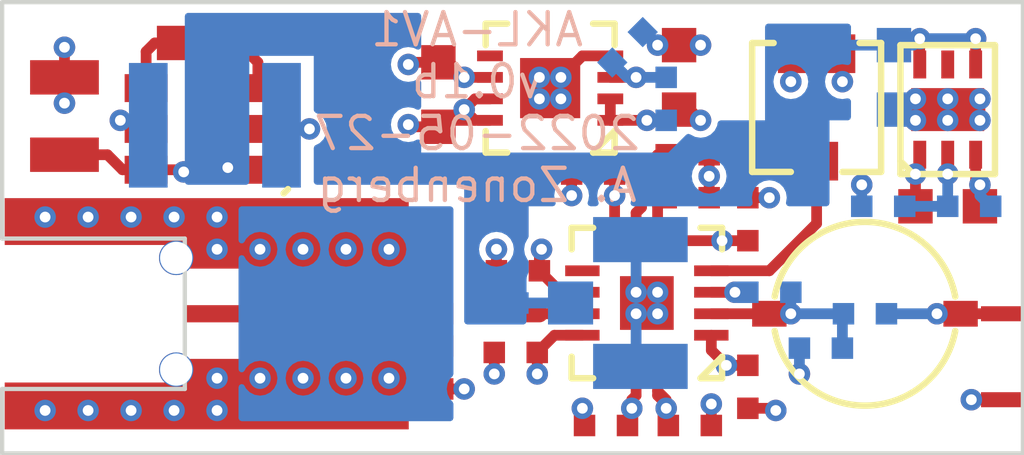
<source format=kicad_pcb>
(kicad_pcb (version 20211014) (generator pcbnew)
  (layers (0 "F.Cu" signal) (1 "In1.Cu" signal) (2 "In2.Cu" signal) (31 "B.Cu" signal) (34 "B.Paste" user) (35 "F.Paste" user) (36 "B.SilkS" user "B.Silkscreen") (37 "F.SilkS" user "F.Silkscreen") (38 "B.Mask" user) (39 "F.Mask" user) (44 "Edge.Cuts" user))
  (net 0 "")
  (net 1 "/Power Supply/6V0")
  (net 2 "/GND")
  (net 3 "/Power Supply/5V0_N")
  (net 4 "/4V5_N")
  (net 5 "Net-(C5-Pad1)")
  (net 6 "Net-(C5-Pad2)")
  (net 7 "/4V5_P")
  (net 8 "/TIP")
  (net 9 "/VIN")
  (net 10 "/VOUT")
  (net 11 "Net-(R1-Pad2)")
  (net 12 "/Power Supply/4V5_P_SENSE")
  (net 13 "Net-(R7-Pad1)")
  (net 14 "/RBIAS")
  (net 15 "Net-(R9-Pad2)")
  (net 16 "Net-(R10-Pad1)")
  (net 17 "/VAUX")
  (footprint "azonenberg_pcb:RES_TRIM_BOURNS_3312" (layer "F.Cu") (at 66.2 46.2 180)
    (fp_text reference "R11" hide)
    (fp_text value "3312J-1-103E1" hide)
    (fp_line (start 1.5 1.5) (end 1 1.5) (layer "F.SilkS") (width 0.15))
    (fp_line (start -1.5 -1.5) (end -1.5 1.5) (layer "F.SilkS") (width 0.15))
    (fp_line (start 0.6 -1.5) (end 1.5 -1.5) (layer "F.SilkS") (width 0.15))
    (fp_line (start 1.5 -1.5) (end 1.5 1.5) (layer "F.SilkS") (width 0.15))
    (fp_line (start -1.5 1.5) (end -1 1.5) (layer "F.SilkS") (width 0.15))
    (fp_line (start -1.5 -1.5) (end -0.6 -1.5) (layer "F.SilkS") (width 0.15))
    (pad "1" smd rect (at -0.575 1.25 180) (size 0.65 0.9) (layers "F.Cu" "F.Paste" "F.Mask") (net 7 "/4V5_P"))
    (pad "2" smd rect (at 0 -1.25 180) (size 1 0.9) (layers "F.Cu" "F.Paste" "F.Mask") (net 17 "/VAUX"))
    (pad "3" smd rect (at 0.575 1.25 180) (size 0.65 0.9) (layers "F.Cu" "F.Paste" "F.Mask") (net 4 "/4V5_N"))
  )
  (footprint "azonenberg_pcb:EIA_0603_CAP_NOSILK" (layer "F.Cu") (at 63 45.5 -90)
    (fp_text reference "C4" hide)
    (fp_text value "4.7 uF" hide)
    (pad "1" smd rect (at -0.75 0 270) (size 0.8 0.8) (layers "F.Cu" "F.Paste" "F.Mask") (net 2 "/GND"))
    (pad "2" smd rect (at 0.75 0 270) (size 0.8 0.8) (layers "F.Cu" "F.Paste" "F.Mask") (net 4 "/4V5_N"))
  )
  (footprint "azonenberg_pcb:EIA_0402_RES_NOSILK" (layer "F.Cu") (at 57.999999 51 180)
    (fp_text reference "R10" hide)
    (fp_text value "49.9" hide)
    (pad "1" smd rect (at -0.5 0 180) (size 0.5 0.5) (layers "F.Cu" "F.Paste" "F.Mask") (net 16 "Net-(R10-Pad1)"))
    (pad "2" smd rect (at 0.5 0 180) (size 0.5 0.5) (layers "F.Cu" "F.Paste" "F.Mask") (net 10 "/VOUT"))
  )
  (footprint "azonenberg_pcb:EIA_0402_RES_NOSILK" (layer "F.Cu") (at 57.5 52.249999 90)
    (fp_text reference "R12" hide)
    (fp_text value "49.9" hide)
    (pad "1" smd rect (at -0.5 0 90) (size 0.5 0.5) (layers "F.Cu" "F.Paste" "F.Mask") (net 2 "/GND"))
    (pad "2" smd rect (at 0.5 0 90) (size 0.5 0.5) (layers "F.Cu" "F.Paste" "F.Mask") (net 10 "/VOUT"))
  )
  (footprint "azonenberg_pcb:EIA_0402_CAP_NOSILK" (layer "F.Cu") (at 59.2 51.9 180)
    (fp_text reference "C9" hide)
    (fp_text value "0.47 uF" hide)
    (pad "1" smd rect locked (at -0.5 0 180) (size 0.5 0.5) (layers "F.Cu" "F.Paste" "F.Mask") (net 7 "/4V5_P"))
    (pad "2" smd rect locked (at 0.5 0 180) (size 0.5 0.5) (layers "F.Cu" "F.Paste" "F.Mask") (net 2 "/GND"))
  )
  (footprint "azonenberg_pcb:EIA_0805_CAP_NOSILK" (layer "F.Cu") (at 48.7 46.4 90)
    (fp_text reference "C1" hide)
    (fp_text value "10 uF" hide)
    (pad "1" smd rect (at -0.9 0 90) (size 0.8 1.6) (layers "F.Cu" "F.Paste" "F.Mask") (net 1 "/Power Supply/6V0"))
    (pad "2" smd rect (at 0.9 0 90) (size 0.8 1.6) (layers "F.Cu" "F.Paste" "F.Mask") (net 2 "/GND"))
  )
  (footprint "azonenberg_pcb:EIA_0603_CAP_NOSILK" (layer "F.Cu") (at 69.25 48.5 180)
    (fp_text reference "C6" hide)
    (fp_text value "4.7 uF" hide)
    (pad "1" smd rect (at -0.75 0 180) (size 0.8 0.8) (layers "F.Cu" "F.Paste" "F.Mask") (net 2 "/GND"))
    (pad "2" smd rect (at 0.75 0 180) (size 0.8 0.8) (layers "F.Cu" "F.Paste" "F.Mask") (net 7 "/4V5_P"))
  )
  (footprint "azonenberg_pcb:EIA_0402_CAP_NOSILK" (layer "F.Cu") (at 61 47.75)
    (fp_text reference "C12" hide)
    (fp_text value "0.47 uF" hide)
    (pad "1" smd rect locked (at -0.5 0) (size 0.5 0.5) (layers "F.Cu" "F.Paste" "F.Mask") (net 2 "/GND"))
    (pad "2" smd rect locked (at 0.5 0) (size 0.5 0.5) (layers "F.Cu" "F.Paste" "F.Mask") (net 4 "/4V5_N"))
  )
  (footprint "azonenberg_pcb:CONN_SMPM_AMPHENOL_925-169J-51PT" (layer "F.Cu") (at 51.5 51 180)
    (fp_text reference "J4" hide)
    (fp_text value "SMPM" hide)
    (pad "" np_thru_hole circle locked (at 0.2 -1.3 180) (size 0.8 0.8) (drill 0.75) (layers *.Cu *.Mask))
    (pad "" np_thru_hole circle locked (at 0.2 1.3 180) (size 0.8 0.8) (drill 0.75) (layers *.Cu *.Mask))
    (pad "1" smd rect locked (at -2.605 0 180) (size 5.21 0.4) (layers "F.Cu" "F.Paste" "F.Mask") (net 10 "/VOUT"))
    (pad "2" smd custom locked (at -2.605 1.87 180) (size 5.21 1.64) (layers "F.Cu" "F.Paste" "F.Mask") (net 2 "/GND") (options (clearance outline) (anchor rect)) (primitives (gr_poly (pts (xy 6.795 0.82) (xy 2.605 0.82) (xy 2.605 -0.27) (xy 6.795 -0.27)) (width 0) (fill yes))))
    (pad "2" smd custom locked (at -2.605 -1.87 180) (size 5.21 1.64) (layers "F.Cu" "F.Paste" "F.Mask") (net 2 "/GND") (options (clearance outline) (anchor rect)) (primitives (gr_poly (pts (xy 6.795 0.27) (xy 2.605 0.27) (xy 2.605 -0.82) (xy 6.795 -0.82)) (width 0) (fill yes))))
  )
  (footprint "azonenberg_pcb:EDGELAUNCH_350UM" (layer "F.Cu") (at 70.525 51)
    (fp_text reference "J2" hide)
    (fp_text value "TIPRES" hide)
    (pad "1" smd rect locked (at 0 0) (size 1 0.35) (layers "F.Cu" "F.Paste" "F.Mask") (net 8 "/TIP"))
  )
  (footprint "azonenberg_pcb:SOT23_6" (layer "F.Cu") (at 51.9 46.7 90)
    (fp_text reference "U1" hide)
    (fp_text value "LTC1983-5" hide)
    (fp_line (start -1.5 1.9) (end -1.4 2) (layer "F.SilkS") (width 0.15))
    (pad "1" smd rect locked (at -0.95 1.3 90) (size 0.65 1) (layers "F.Cu" "F.Paste" "F.Mask") (net 1 "/Power Supply/6V0"))
    (pad "2" smd rect locked (at 0 1.3 90) (size 0.65 1) (layers "F.Cu" "F.Paste" "F.Mask") (net 3 "/Power Supply/5V0_N"))
    (pad "3" smd rect locked (at 0.95 1.3 90) (size 0.65 1) (layers "F.Cu" "F.Paste" "F.Mask") (net 5 "Net-(C5-Pad1)"))
    (pad "4" smd rect locked (at 0.95 -1.3 90) (size 0.65 1) (layers "F.Cu" "F.Paste" "F.Mask") (net 6 "Net-(C5-Pad2)"))
    (pad "5" smd rect locked (at 0 -1.3 90) (size 0.65 1) (layers "F.Cu" "F.Paste" "F.Mask") (net 2 "/GND"))
    (pad "6" smd rect locked (at -0.95 -1.3 90) (size 0.65 1) (layers "F.Cu" "F.Paste" "F.Mask") (net 1 "/Power Supply/6V0"))
  )
  (footprint "azonenberg_pcb:EIA_0402_RES_NOSILK" (layer "F.Cu") (at 63.2 47.3 180)
    (fp_text reference "R8" hide)
    (fp_text value "17.8K" hide)
    (pad "1" smd rect (at -0.5 0 180) (size 0.5 0.5) (layers "F.Cu" "F.Paste" "F.Mask") (net 4 "/4V5_N"))
    (pad "2" smd rect (at 0.5 0 180) (size 0.5 0.5) (layers "F.Cu" "F.Paste" "F.Mask") (net 14 "/RBIAS"))
  )
  (footprint "azonenberg_pcb:EIA_0402_RES_NOSILK" (layer "F.Cu") (at 63.199999 48.3 180)
    (fp_text reference "R9" hide)
    (fp_text value "0" hide)
    (pad "1" smd rect (at -0.5 0 180) (size 0.5 0.5) (layers "F.Cu" "F.Paste" "F.Mask") (net 4 "/4V5_N"))
    (pad "2" smd rect (at 0.5 0 180) (size 0.5 0.5) (layers "F.Cu" "F.Paste" "F.Mask") (net 15 "Net-(R9-Pad2)"))
  )
  (footprint "azonenberg_pcb:CAP_TRIM_KNOWLES_9701_xSL-1" (layer "F.Cu") (at 67.325 51 180)
    (fp_text reference "C8" hide)
    (fp_text value "9701-0SL-1R3" hide)
    (fp_arc (start -2.099999 -0.4) (mid 0 -2.137755) (end 2.099999 -0.4) (layer "F.SilkS") (width 0.15))
    (fp_arc (start 2.099999 0.4) (mid 0 2.137755) (end -2.099999 0.4) (layer "F.SilkS") (width 0.15))
    (pad "1" smd rect (at -2.225 0 180) (size 0.8 0.6) (layers "F.Cu" "F.Paste" "F.Mask") (net 8 "/TIP"))
    (pad "2" smd rect (at 2.225 0 180) (size 0.8 0.6) (layers "F.Cu" "F.Paste" "F.Mask") (net 9 "/VIN"))
  )
  (footprint "azonenberg_pcb:EIA_0603_CAP_NOSILK" (layer "F.Cu") (at 52 44.7 180)
    (fp_text reference "C5" hide)
    (fp_text value "1 uF" hide)
    (pad "1" smd rect (at -0.75 0 180) (size 0.8 0.8) (layers "F.Cu" "F.Paste" "F.Mask") (net 5 "Net-(C5-Pad1)"))
    (pad "2" smd rect (at 0.75 0 180) (size 0.8 0.8) (layers "F.Cu" "F.Paste" "F.Mask") (net 6 "Net-(C5-Pad2)"))
  )
  (footprint "azonenberg_pcb:EIA_0402_CAP_NOSILK" (layer "F.Cu") (at 64.6 52.7 -90)
    (fp_text reference "C14" hide)
    (fp_text value "0.47 uF" hide)
    (pad "1" smd rect locked (at -0.5 0 270) (size 0.5 0.5) (layers "F.Cu" "F.Paste" "F.Mask") (net 7 "/4V5_P"))
    (pad "2" smd rect locked (at 0.5 0 270) (size 0.5 0.5) (layers "F.Cu" "F.Paste" "F.Mask") (net 2 "/GND"))
  )
  (footprint "azonenberg_pcb:EIA_0402_CAP_NOSILK" (layer "F.Cu") (at 59.25 50)
    (fp_text reference "C10" hide)
    (fp_text value "0.47 uF" hide)
    (pad "1" smd rect locked (at -0.5 0) (size 0.5 0.5) (layers "F.Cu" "F.Paste" "F.Mask") (net 2 "/GND"))
    (pad "2" smd rect locked (at 0.5 0) (size 0.5 0.5) (layers "F.Cu" "F.Paste" "F.Mask") (net 4 "/4V5_N"))
  )
  (footprint "azonenberg_pcb:QFN_16_0.5MM_3x3MM" (layer "F.Cu") (at 62.25 50.75 90)
    (fp_text reference "U4" hide)
    (fp_text value "BUF802" hide)
    (fp_line (start -1.75 -1.25) (end -1.75 -1.75) (layer "F.SilkS") (width 0.15))
    (fp_line (start 1.25 -1.75) (end 1.75 -1.75) (layer "F.SilkS") (width 0.15))
    (fp_line (start -1.25 1.75) (end -1.75 1.75) (layer "F.SilkS") (width 0.15))
    (fp_line (start 1.75 1.75) (end 1.25 1.75) (layer "F.SilkS") (width 0.15))
    (fp_line (start -1.75 1.25) (end -1.25 1.75) (layer "F.SilkS") (width 0.15))
    (fp_line (start -1.75 1.75) (end -1.75 1.25) (layer "F.SilkS") (width 0.15))
    (fp_line (start 1.75 -1.75) (end 1.75 -1.25) (layer "F.SilkS") (width 0.15))
    (fp_line (start -1.75 -1.75) (end -1.25 -1.75) (layer "F.SilkS") (width 0.15))
    (fp_line (start 1.75 1.25) (end 1.75 1.75) (layer "F.SilkS") (width 0.15))
    (pad "1" smd rect (at -0.75 1.5 90) (size 0.25 0.8) (layers "F.Cu" "F.Paste" "F.Mask") (net 7 "/4V5_P"))
    (pad "2" smd rect (at -0.25 1.5 90) (size 0.25 0.8) (layers "F.Cu" "F.Paste" "F.Mask") (net 9 "/VIN"))
    (pad "3" smd rect (at 0.25 1.5 90) (size 0.25 0.8) (layers "F.Cu" "F.Paste" "F.Mask") (net 13 "Net-(R7-Pad1)"))
    (pad "4" smd rect (at 0.75 1.5 90) (size 0.25 0.8) (layers "F.Cu" "F.Paste" "F.Mask") (net 17 "/VAUX"))
    (pad "5" smd rect (at 1.5 0.75 180) (size 0.25 0.8) (layers "F.Cu" "F.Paste" "F.Mask") (net 4 "/4V5_N"))
    (pad "6" smd rect (at 1.5 0.25 180) (size 0.25 0.8) (layers "F.Cu" "F.Paste" "F.Mask") (net 15 "Net-(R9-Pad2)"))
    (pad "7" smd rect (at 1.5 -0.25 180) (size 0.25 0.8) (layers "F.Cu" "F.Paste" "F.Mask") (net 14 "/RBIAS"))
    (pad "8" smd rect (at 1.5 -0.75) (size 0.25 0.8) (layers "F.Cu" "F.Paste" "F.Mask") (net 4 "/4V5_N"))
    (pad "9" smd rect (at 0.75 -1.5 90) (size 0.25 0.8) (layers "F.Cu" "F.Paste" "F.Mask"))
    (pad "10" smd rect (at 0.25 -1.5 90) (size 0.25 0.8) (layers "F.Cu" "F.Paste" "F.Mask") (net 4 "/4V5_N"))
    (pad "11" smd rect (at -0.25 -1.5 90) (size 0.25 0.8) (layers "F.Cu" "F.Paste" "F.Mask") (net 16 "Net-(R10-Pad1)"))
    (pad "12" smd rect (at -0.75 -1.5 90) (size 0.25 0.8) (layers "F.Cu" "F.Paste" "F.Mask") (net 7 "/4V5_P"))
    (pad "13" smd rect (at -1.5 -0.75 180) (size 0.25 0.8) (layers "F.Cu" "F.Paste" "F.Mask"))
    (pad "14" smd rect (at -1.5 -0.25 180) (size 0.25 0.8) (layers "F.Cu" "F.Paste" "F.Mask") (net 4 "/4V5_N"))
    (pad "15" smd rect (at -1.5 0.25 180) (size 0.25 0.8) (layers "F.Cu" "F.Paste" "F.Mask") (net 7 "/4V5_P"))
    (pad "16" smd rect (at -1.5 0.75 180) (size 0.25 0.8) (layers "F.Cu" "F.Paste" "F.Mask"))
    (pad "PAD" smd rect (at 0 0 90) (size 1.25 1.25) (layers "F.Cu" "F.Mask") (net 2 "/GND"))
  )
  (footprint "azonenberg_pcb:DFN_6_0.65MM_2x2MM" (layer "F.Cu") (at 69.25 46.25)
    (fp_text reference "U2" hide)
    (fp_text value "ADP7142ACPZN-R7" hide)
    (fp_line (start 1.1 1.5) (end 1.1 -1.5) (layer "F.SilkS") (width 0.15))
    (fp_line (start 1.1 -1.5) (end -1.1 -1.5) (layer "F.SilkS") (width 0.15))
    (fp_line (start -1.1 1.2) (end -0.8 1.5) (layer "F.SilkS") (width 0.15))
    (fp_line (start -1.1 -1.5) (end -1.1 1.5) (layer "F.SilkS") (width 0.15))
    (fp_line (start -1.1 1.5) (end 1.1 1.5) (layer "F.SilkS") (width 0.15))
    (pad "1" smd rect locked (at -0.65 1.05) (size 0.3 0.65) (layers "F.Cu" "F.Paste" "F.Mask") (net 7 "/4V5_P"))
    (pad "2" smd rect locked (at 0 1.05) (size 0.3 0.65) (layers "F.Cu" "F.Paste" "F.Mask") (net 12 "/Power Supply/4V5_P_SENSE"))
    (pad "3" smd rect locked (at 0.65 1.05) (size 0.3 0.65) (layers "F.Cu" "F.Paste" "F.Mask") (net 2 "/GND"))
    (pad "4" smd rect locked (at 0.65 -1.05) (size 0.3 0.65) (layers "F.Cu" "F.Paste" "F.Mask") (net 1 "/Power Supply/6V0"))
    (pad "5" smd rect locked (at 0 -1.05) (size 0.3 0.65) (layers "F.Cu" "F.Paste" "F.Mask"))
    (pad "6" smd rect locked (at -0.65 -1.05) (size 0.3 0.65) (layers "F.Cu" "F.Paste" "F.Mask") (net 1 "/Power Supply/6V0"))
    (pad "PAD" smd rect locked (at 0 0) (size 1.7 1) (layers "F.Cu" "F.Paste" "F.Mask") (net 2 "/GND"))
  )
  (footprint "azonenberg_pcb:EIA_0402_CAP_NOSILK" (layer "F.Cu") (at 61.3 53.6)
    (fp_text reference "C13" hide)
    (fp_text value "0.47 uF" hide)
    (pad "1" smd rect locked (at -0.5 0) (size 0.5 0.5) (layers "F.Cu" "F.Paste" "F.Mask") (net 2 "/GND"))
    (pad "2" smd rect locked (at 0.5 0) (size 0.5 0.5) (layers "F.Cu" "F.Paste" "F.Mask") (net 4 "/4V5_N"))
  )
  (footprint "azonenberg_pcb:EIA_0603_CAP_NOSILK" (layer "F.Cu") (at 57.4 45.9 90)
    (fp_text reference "C2" hide)
    (fp_text value "4.7 uF" hide)
    (pad "1" smd rect (at -0.75 0 90) (size 0.8 0.8) (layers "F.Cu" "F.Paste" "F.Mask") (net 3 "/Power Supply/5V0_N"))
    (pad "2" smd rect (at 0.75 0 90) (size 0.8 0.8) (layers "F.Cu" "F.Paste" "F.Mask") (net 2 "/GND"))
  )
  (footprint "azonenberg_pcb:DFN_8_0.5MM_3x3MM" (layer "F.Cu") (at 60 45.75 90)
    (fp_text reference "U3" hide)
    (fp_text value "ADP7182_DFN8" hide)
    (fp_line (start 1 -1.5) (end 1.5 -1.5) (layer "F.SilkS") (width 0.15))
    (fp_line (start -1.5 1.5) (end -1 1.5) (layer "F.SilkS") (width 0.15))
    (fp_line (start -1.5 -1.5) (end -1.5 -1) (layer "F.SilkS") (width 0.15))
    (fp_line (start 1.5 -1.5) (end 1.5 -1) (layer "F.SilkS") (width 0.15))
    (fp_line (start 1.5 1.5) (end 1.5 1) (layer "F.SilkS") (width 0.15))
    (fp_line (start 1 1.5) (end 1.5 1.5) (layer "F.SilkS") (width 0.15))
    (fp_line (start -1.5 1) (end -1.5 1.5) (layer "F.SilkS") (width 0.15))
    (fp_line (start -1.5 1) (end -1 1.5) (layer "F.SilkS") (width 0.15))
    (fp_line (start -1 -1.5) (end -1.5 -1.5) (layer "F.SilkS") (width 0.15))
    (pad "1" smd rect locked (at -0.75 1.4 90) (size 0.25 0.6) (layers "F.Cu" "F.Paste" "F.Mask") (net 4 "/4V5_N"))
    (pad "2" smd rect locked (at -0.25 1.4 90) (size 0.25 0.6) (layers "F.Cu" "F.Paste" "F.Mask") (net 4 "/4V5_N"))
    (pad "3" smd rect locked (at 0.25 1.4 90) (size 0.25 0.6) (layers "F.Cu" "F.Paste" "F.Mask") (net 11 "Net-(R1-Pad2)"))
    (pad "4" smd rect locked (at 0.75 1.4 90) (size 0.25 0.6) (layers "F.Cu" "F.Paste" "F.Mask") (net 3 "/Power Supply/5V0_N"))
    (pad "5" smd rect locked (at 0.75 -1.4 90) (size 0.25 0.6) (layers "F.Cu" "F.Paste" "F.Mask"))
    (pad "6" smd rect locked (at 0.25 -1.4 90) (size 0.25 0.6) (layers "F.Cu" "F.Paste" "F.Mask") (net 2 "/GND"))
    (pad "7" smd rect locked (at -0.25 -1.4 90) (size 0.25 0.6) (layers "F.Cu" "F.Paste" "F.Mask") (net 3 "/Power Supply/5V0_N"))
    (pad "8" smd rect locked (at -0.75 -1.4 90) (size 0.25 0.6) (layers "F.Cu" "F.Paste" "F.Mask") (net 3 "/Power Supply/5V0_N"))
    (pad "PAD" smd rect locked (at 0.25 -0.25 90) (size 0.5 0.5) (layers "F.Cu" "F.Paste") (net 3 "/Power Supply/5V0_N"))
    (pad "PAD" smd rect locked (at 0 0 90) (size 1.4 1.4) (layers "F.Cu" "F.Mask") (net 3 "/Power Supply/5V0_N"))
    (pad "PAD" smd rect locked (at 0.25 0.25 90) (size 0.5 0.5) (layers "F.Cu" "F.Paste") (net 3 "/Power Supply/5V0_N"))
    (pad "PAD" smd rect locked (at -0.25 0.25 90) (size 0.5 0.5) (layers "F.Cu" "F.Paste") (net 3 "/Power Supply/5V0_N"))
    (pad "PAD" smd rect locked (at -0.25 -0.25 90) (size 0.5 0.5) (layers "F.Cu" "F.Paste") (net 3 "/Power Supply/5V0_N"))
  )
  (footprint "azonenberg_pcb:EIA_0402_CAP_NOSILK" (layer "F.Cu") (at 63.25 53.6)
    (fp_text reference "C11" hide)
    (fp_text value "0.47 uF" hide)
    (pad "1" smd rect locked (at -0.5 0) (size 0.5 0.5) (layers "F.Cu" "F.Paste" "F.Mask") (net 7 "/4V5_P"))
    (pad "2" smd rect locked (at 0.5 0) (size 0.5 0.5) (layers "F.Cu" "F.Paste" "F.Mask") (net 2 "/GND"))
  )
  (footprint "azonenberg_pcb:EDGELAUNCH_350UM" (layer "F.Cu") (at 70.525 53)
    (fp_text reference "J3" hide)
    (fp_text value "TIPRES" hide)
    (pad "1" smd rect locked (at 0 0) (size 1 0.35) (layers "F.Cu" "F.Paste" "F.Mask") (net 2 "/GND"))
  )
  (footprint "azonenberg_pcb:EIA_0402_CAP_NOSILK" (layer "F.Cu") (at 64.6 48.799999 -90)
    (fp_text reference "C15" hide)
    (fp_text value "0.47 uF" hide)
    (pad "1" smd rect locked (at -0.5 0 270) (size 0.5 0.5) (layers "F.Cu" "F.Paste" "F.Mask") (net 2 "/GND"))
    (pad "2" smd rect locked (at 0.5 0 270) (size 0.5 0.5) (layers "F.Cu" "F.Paste" "F.Mask") (net 4 "/4V5_N"))
  )
  (footprint "azonenberg_pcb:EIA_1210_CAP_NOSILK" (layer "B.Cu") (at 52.2 46.6 180)
    (fp_text reference "C7" hide)
    (fp_text value "22 uF" hide)
    (pad "1" smd rect locked (at -1.55 -0.01493 180) (size 0.9 2.9) (layers "B.Cu" "B.Paste" "B.Mask") (net 3 "/Power Supply/5V0_N"))
    (pad "2" smd rect locked (at 1.55 -0.01493 180) (size 0.9 2.9) (layers "B.Cu" "B.Paste" "B.Mask") (net 2 "/GND"))
  )
  (footprint "azonenberg_pcb:EIA_0402_RES_NOSILK" (layer "B.Cu") (at 61.8 44.8 45)
    (fp_text reference "R2" hide)
    (fp_text value "33K 1%" hide)
    (pad "1" smd rect (at -0.5 0 45) (size 0.5 0.5) (layers "B.Cu" "B.Paste" "B.Mask") (net 11 "Net-(R1-Pad2)"))
    (pad "2" smd rect (at 0.5 0 45) (size 0.5 0.5) (layers "B.Cu" "B.Paste" "B.Mask") (net 2 "/GND"))
  )
  (footprint "azonenberg_pcb:CONN_U.FL_TE_1909763-1" (layer "B.Cu") (at 62 50.75 90)
    (fp_text reference "J1" hide)
    (fp_text value "U.FL" hide)
    (pad "1" smd rect locked (at 0 -1.525 90) (size 1 1.05) (layers "B.Cu" "B.Paste" "B.Mask") (net 1 "/Power Supply/6V0"))
    (pad "2" smd rect locked (at -1.475 0.1 90) (size 1.05 2.2) (layers "B.Cu" "B.Paste" "B.Mask") (net 2 "/GND"))
    (pad "2" smd rect locked (at 1.475 0.1 90) (size 1.05 2.2) (layers "B.Cu" "B.Paste" "B.Mask") (net 2 "/GND"))
  )
  (footprint "azonenberg_pcb:EIA_0402_RES_NOSILK" (layer "B.Cu") (at 65.1 50.5)
    (fp_text reference "R7" hide)
    (fp_text value "DNP" hide)
    (pad "1" smd rect (at -0.5 0) (size 0.5 0.5) (layers "B.Cu" "B.Paste" "B.Mask") (net 13 "Net-(R7-Pad1)"))
    (pad "2" smd rect (at 0.5 0) (size 0.5 0.5) (layers "B.Cu" "B.Paste" "B.Mask") (net 9 "/VIN"))
  )
  (footprint "azonenberg_pcb:EIA_0402_RES_NOSILK" (layer "B.Cu") (at 62.7 46 90)
    (fp_text reference "R1" hide)
    (fp_text value "88.7K" hide)
    (pad "1" smd rect (at -0.5 0 90) (size 0.5 0.5) (layers "B.Cu" "B.Paste" "B.Mask") (net 4 "/4V5_N"))
    (pad "2" smd rect (at 0.5 0 90) (size 0.5 0.5) (layers "B.Cu" "B.Paste" "B.Mask") (net 11 "Net-(R1-Pad2)"))
  )
  (footprint "azonenberg_pcb:EIA_0402_RES_NOSILK" (layer "B.Cu") (at 67.325 51 180)
    (fp_text reference "R5" hide)
    (fp_text value "4.02M" hide)
    (pad "1" smd rect (at -0.5 0 180) (size 0.5 0.5) (layers "B.Cu" "B.Paste" "B.Mask") (net 8 "/TIP"))
    (pad "2" smd rect (at 0.5 0 180) (size 0.5 0.5) (layers "B.Cu" "B.Paste" "B.Mask") (net 9 "/VIN"))
  )
  (footprint "azonenberg_pcb:EIA_0402_RES_NOSILK" (layer "B.Cu") (at 69.75 48.5)
    (fp_text reference "R4" hide)
    (fp_text value "10K 1%" hide)
    (pad "1" smd rect (at -0.5 0) (size 0.5 0.5) (layers "B.Cu" "B.Paste" "B.Mask") (net 12 "/Power Supply/4V5_P_SENSE"))
    (pad "2" smd rect (at 0.5 0) (size 0.5 0.5) (layers "B.Cu" "B.Paste" "B.Mask") (net 2 "/GND"))
  )
  (footprint "azonenberg_pcb:EIA_0402_RES_NOSILK" (layer "B.Cu") (at 67.75 48.5)
    (fp_text reference "R3" hide)
    (fp_text value "27.4K" hide)
    (pad "1" smd rect (at -0.5 0) (size 0.5 0.5) (layers "B.Cu" "B.Paste" "B.Mask") (net 7 "/4V5_P"))
    (pad "2" smd rect (at 0.5 0) (size 0.5 0.5) (layers "B.Cu" "B.Paste" "B.Mask") (net 12 "/Power Supply/4V5_P_SENSE"))
  )
  (footprint "azonenberg_pcb:EIA_0603_CAP_NOSILK" (layer "B.Cu") (at 68 45.5 90)
    (fp_text reference "C3" hide)
    (fp_text value "4.7 uF" hide)
    (pad "1" smd rect (at -0.75 0 90) (size 0.8 0.8) (layers "B.Cu" "B.Paste" "B.Mask") (net 2 "/GND"))
    (pad "2" smd rect (at 0.75 0 90) (size 0.8 0.8) (layers "B.Cu" "B.Paste" "B.Mask") (net 1 "/Power Supply/6V0"))
  )
  (footprint "azonenberg_pcb:EIA_0402_RES_NOSILK" (layer "B.Cu") (at 66.3 51.8 180)
    (fp_text reference "R6" hide)
    (fp_text value "1M" hide)
    (pad "1" smd rect (at -0.5 0 180) (size 0.5 0.5) (layers "B.Cu" "B.Paste" "B.Mask") (net 9 "/VIN"))
    (pad "2" smd rect (at 0.5 0 180) (size 0.5 0.5) (layers "B.Cu" "B.Paste" "B.Mask") (net 2 "/GND"))
  )
  (gr_line (start 51.5 52.75) (end 47.25 52.75) (layer "Edge.Cuts") (width 0.1))
  (gr_line (start 71 43.75) (end 47.25 43.75) (layer "Edge.Cuts") (width 0.1))
  (gr_line (start 47.25 49.25) (end 51.5 49.25) (layer "Edge.Cuts") (width 0.1))
  (gr_line (start 47.25 54.25) (end 47.25 52.75) (layer "Edge.Cuts") (width 0.1))
  (gr_line (start 47.25 43.75) (end 47.25 49.25) (layer "Edge.Cuts") (width 0.1))
  (gr_line (start 71 54.25) (end 71 43.75) (layer "Edge.Cuts") (width 0.1))
  (gr_line (start 51.5 49.25) (end 51.5 52.75) (layer "Edge.Cuts") (width 0.1))
  (gr_line (start 71 54.25) (end 47.25 54.25) (layer "Edge.Cuts") (width 0.1))
  (gr_text "AKL-AV1\nv0.1b\n2022-05-27\nA. Zonenberg" (at 58.3 46.2) (layer "B.SilkS") (effects (font (size 0.75 0.75) (thickness 0.1)) (justify mirror)))
  (segment (start 50.6 47.65) (end 51.424502 47.65) (width 0.25) (layer "F.Cu") (net 1))
  (segment (start 52.55 47.65) (end 52.5 47.6) (width 0.25) (layer "F.Cu") (net 1))
  (segment (start 68.6 45.2) (end 68.6 44.6) (width 0.25) (layer "F.Cu") (net 1))
  (segment (start 50.6 47.65) (end 50.05 47.65) (width 0.25) (layer "F.Cu") (net 1))
  (segment (start 51.424502 47.65) (end 51.474502 47.7) (width 0.25) (layer "F.Cu") (net 1))
  (segment (start 50.05 47.65) (end 49.7 47.3) (width 0.25) (layer "F.Cu") (net 1))
  (segment (start 53.2 47.65) (end 52.55 47.65) (width 0.25) (layer "F.Cu") (net 1))
  (segment (start 48.7 47.3) (end 49.7 47.3) (width 0.25) (layer "F.Cu") (net 1))
  (segment (start 69.9 45.2) (end 69.9 44.6) (width 0.25) (layer "F.Cu") (net 1))
  (via (at 68.6 44.6) (size 0.5) (drill 0.25) (layers "F.Cu" "B.Cu") (net 1))
  (via (at 69.9 44.6) (size 0.5) (drill 0.25) (layers "F.Cu" "B.Cu") (net 1))
  (via (at 51.474502 47.7) (size 0.5) (drill 0.25) (layers "F.Cu" "B.Cu") (net 1))
  (via (at 52.5 47.6) (size 0.5) (drill 0.25) (layers "F.Cu" "B.Cu") (net 1))
  (segment (start 66.2 45) (end 66.45 44.75) (width 0.25) (layer "B.Cu") (net 1))
  (segment (start 55.1 44.5) (end 55.5 44.9) (width 0.25) (layer "B.Cu") (net 1))
  (segment (start 58.2 50.2) (end 58.2 47.5) (width 0.25) (layer "B.Cu") (net 1))
  (segment (start 55.5 44.9) (end 55.5 46.7) (width 0.25) (layer "B.Cu") (net 1))
  (segment (start 66.2 46.4) (end 66.2 45) (width 0.25) (layer "B.Cu") (net 1))
  (segment (start 58.2 47.5) (end 63.1 47.5) (width 0.25) (layer "B.Cu") (net 1))
  (segment (start 56.3 47.5) (end 58.2 47.5) (width 0.25) (layer "B.Cu") (net 1))
  (segment (start 55.5 46.7) (end 56.3 47.5) (width 0.25) (layer "B.Cu") (net 1))
  (segment (start 63.5 47.1) (end 65.5 47.1) (width 0.25) (layer "B.Cu") (net 1))
  (segment (start 68.45 44.75) (end 68.6 44.6) (width 0.25) (layer "B.Cu") (net 1))
  (segment (start 51.474502 47.7) (end 52.4 47.7) (width 0.25) (layer "B.Cu") (net 1))
  (segment (start 60.475 50.75) (end 58.75 50.75) (width 0.25) (layer "B.Cu") (net 1))
  (segment (start 63.1 47.5) (end 63.5 47.1) (width 0.25) (layer "B.Cu") (net 1))
  (segment (start 52.5 47.6) (end 52.5 45) (width 0.25) (layer "B.Cu") (net 1))
  (segment (start 65.5 47.1) (end 66.2 46.4) (width 0.25) (layer "B.Cu") (net 1))
  (segment (start 52.4 47.7) (end 52.5 47.6) (width 0.25) (layer "B.Cu") (net 1))
  (segment (start 68 44.75) (end 68.45 44.75) (width 0.25) (layer "B.Cu") (net 1))
  (segment (start 52.5 45) (end 53 44.5) (width 0.25) (layer "B.Cu") (net 1))
  (segment (start 58.75 50.75) (end 58.2 50.2) (width 0.25) (layer "B.Cu") (net 1))
  (segment (start 66.45 44.75) (end 68 44.75) (width 0.25) (layer "B.Cu") (net 1))
  (segment (start 53 44.5) (end 55.1 44.5) (width 0.25) (layer "B.Cu") (net 1))
  (segment (start 69.9 44.6) (end 68.6 44.6) (width 0.25) (layer "B.Cu") (net 1))
  (segment (start 60.5 47.75) (end 60.5 48.25) (width 0.25) (layer "F.Cu") (net 2))
  (segment (start 63 44.75) (end 63.5 44.75) (width 0.25) (layer "F.Cu") (net 2))
  (segment (start 56.75 45.15) (end 56.7 45.2) (width 0.25) (layer "F.Cu") (net 2))
  (segment (start 48.7 44.8) (end 48.7 45.5) (width 0.25) (layer "F.Cu") (net 2))
  (segment (start 63.75 53.5) (end 63.75 53) (width 0.25) (layer "F.Cu") (net 2))
  (segment (start 58.7 51.9) (end 58.7 52.4) (width 0.25) (layer "F.Cu") (net 2))
  (segment (start 63 44.75) (end 62.5 44.75) (width 0.25) (layer "F.Cu") (net 2))
  (segment (start 65.2 53.2) (end 65.25 53.25) (width 0.25) (layer "F.Cu") (net 2))
  (segment (start 58 52.75) (end 57.5 52.749999) (width 0.25) (layer "F.Cu") (net 2))
  (segment (start 50.3 46.7) (end 50 46.4) (width 0.25) (layer "F.Cu") (net 2))
  (segment (start 70 46.5) (end 70 46) (width 0.25) (layer "F.Cu") (net 2))
  (segment (start 48.7 45.5) (end 48.7 46.1) (width 0.25) (layer "F.Cu") (net 2))
  (segment (start 57.4 45.15) (end 56.75 45.15) (width 0.25) (layer "F.Cu") (net 2))
  (segment (start 57.65 45.15) (end 58 45.5) (width 0.25) (layer "F.Cu") (net 2))
  (segment (start 68.5 46.5) (end 68.5 46) (width 0.25) (layer "F.Cu") (net 2))
  (segment (start 64.6 53.2) (end 65.2 53.2) (width 0.25) (layer "F.Cu") (net 2))
  (segment (start 70.525 53) (end 69.8 53) (width 0.25) (layer "F.Cu") (net 2))
  (segment (start 69.9 47.9) (end 70 48) (width 0.25) (layer "F.Cu") (net 2))
  (segment (start 58.75 50) (end 58.75 49.5) (width 0.25) (layer "F.Cu") (net 2))
  (segment (start 69.9 47.3) (end 69.9 47.9) (width 0.25) (layer "F.Cu") (net 2))
  (segment (start 58.6 45.5) (end 58 45.5) (width 0.25) (layer "F.Cu") (net 2))
  (segment (start 64.6 48.299999) (end 65.1 48.3) (width 0.25) (layer "F.Cu") (net 2))
  (segment (start 70 48) (end 70 48.5) (width 0.25) (layer "F.Cu") (net 2))
  (via (at 50 46.5) (size 0.5) (drill 0.25) (layers "F.Cu" "B.Cu") (net 2))
  (via (at 52.25 52.5) (size 0.5) (drill 0.25) (layers "F.Cu" "B.Cu") (net 2))
  (via (at 52.25 49.5) (size 0.5) (drill 0.25) (layers "F.Cu" "B.Cu") (net 2))
  (via (at 48.25 48.75) (size 0.5) (drill 0.25) (layers "F.Cu" "B.Cu") (net 2))
  (via (at 51.25 48.75) (size 0.5) (drill 0.25) (layers "F.Cu" "B.Cu") (net 2))
  (via (at 55.25 52.5) (size 0.5) (drill 0.25) (layers "F.Cu" "B.Cu") (net 2))
  (via (at 48.7 44.8) (size 0.5) (drill 0.25) (layers "F.Cu" "B.Cu") (net 2))
  (via (at 62.5 50.5) (size 0.5) (drill 0.25) (layers "F.Cu" "B.Cu") (net 2))
  (via (at 65.8 52.4) (size 0.5) (drill 0.25) (layers "F.Cu" "B.Cu") (net 2))
  (via (at 52.25 48.75) (size 0.5) (drill 0.25) (layers "F.Cu" "B.Cu") (net 2))
  (via (at 65.25 53.25) (size 0.5) (drill 0.25) (layers "F.Cu" "B.Cu") (net 2))
  (via (at 70 48) (size 0.5) (drill 0.25) (layers "F.Cu" "B.Cu") (net 2))
  (via (at 49.25 48.75) (size 0.5) (drill 0.25) (layers "F.Cu" "B.Cu") (net 2))
  (via (at 62 50.5) (size 0.5) (drill 0.25) (layers "F.Cu" "B.Cu") (net 2))
  (via (at 55.25 49.5) (size 0.5) (drill 0.25) (layers "F.Cu" "B.Cu") (net 2))
  (via (at 62.5 44.75) (size 0.5) (drill 0.25) (layers "F.Cu" "B.Cu") (net 2))
  (via (at 48.7 46.1) (size 0.5) (drill 0.25) (layers "F.Cu" "B.Cu") (net 2))
  (via (at 56.25 49.5) (size 0.5) (drill 0.25) (layers "F.Cu" "B.Cu") (net 2))
  (via (at 58 52.75) (size 0.5) (drill 0.25) (layers "F.Cu" "B.Cu") (net 2))
  (via (at 54.25 49.5) (size 0.5) (drill 0.25) (layers "F.Cu" "B.Cu") (net 2))
  (via (at 60.5 48.25) (size 0.5) (drill 0.25) (layers "F.Cu" "B.Cu") (net 2))
  (via (at 58.75 49.5) (size 0.5) (drill 0.25) (layers "F.Cu" "B.Cu") (net 2))
  (via (at 50.25 53.25) (size 0.5) (drill 0.25) (layers "F.Cu" "B.Cu") (net 2))
  (via (at 53.25 49.5) (size 0.5) (drill 0.25) (layers "F.Cu" "B.Cu") (net 2))
  (via (at 56.7 45.2) (size 0.5) (drill 0.25) (layers "F.Cu" "B.Cu") (net 2))
  (via (at 63.5 44.75) (size 0.5) (drill 0.25) (layers "F.Cu" "B.Cu") (net 2))
  (via (at 69.25 46.5) (size 0.5) (drill 0.25) (layers "F.Cu" "B.Cu") (net 2))
  (via (at 62 51) (size 0.5) (drill 0.25) (layers "F.Cu" "B.Cu") (net 2))
  (via (at 49.25 53.25) (size 0.5) (drill 0.25) (layers "F.Cu" "B.Cu") (net 2))
  (via (at 51.25 53.25) (size 0.5) (drill 0.25) (layers "F.Cu" "B.Cu") (net 2))
  (via (at 69.8 53) (size 0.5) (drill 0.25) (layers "F.Cu" "B.Cu") (net 2))
  (via (at 60.75 53.2) (size 0.5) (drill 0.25) (layers "F.Cu" "B.Cu") (net 2))
  (via (at 69.25 46) (size 0.5) (drill 0.25) (layers "F.Cu" "B.Cu") (net 2))
  (via (at 48.25 53.25) (size 0.5) (drill 0.25) (layers "F.Cu" "B.Cu") (net 2))
  (via (at 63.75 53.1) (size 0.5) (drill 0.25) (layers "F.Cu" "B.Cu") (net 2))
  (via (at 58 45.5) (size 0.5) (drill 0.25) (layers "F.Cu" "B.Cu") (net 2))
  (via (at 70 46.5) (size 0.5) (drill 0.25) (layers "F.Cu" "B.Cu") (net 2))
  (via (at 68.5 46) (size 0.5) (drill 0.25) (layers "F.Cu" "B.Cu") (net 2))
  (via (at 52.25 53.25) (size 0.5) (drill 0.25) (layers "F.Cu" "B.Cu") (net 2))
  (via (at 54.25 52.5) (size 0.5) (drill 0.25) (layers "F.Cu" "B.Cu") (net 2))
  (via (at 62.5 51) (size 0.5) (drill 0.25) (layers "F.Cu" "B.Cu") (net 2))
  (via (at 68.5 46.5) (size 0.5) (drill 0.25) (layers "F.Cu" "B.Cu") (net 2))
  (via (at 50.25 48.75) (size 0.5) (drill 0.25) (layers "F.Cu" "B.Cu") (net 2))
  (via (at 56.25 52.5) (size 0.5) (drill 0.25) (layers "F.Cu" "B.Cu") (net 2))
  (via (at 53.25 52.5) (size 0.5) (drill 0.25) (layers "F.Cu" "B.Cu") (net 2))
  (via (at 65.1 48.3) (size 0.5) (drill 0.25) (layers "F.Cu" "B.Cu") (net 2))
  (via (at 70 46) (size 0.5) (drill 0.25) (layers "F.Cu" "B.Cu") (net 2))
  (via (at 58.7 52.4) (size 0.5) (drill 0.25) (layers "F.Cu" "B.Cu") (net 2))
  (segment (start 65.8 51.8) (end 65.8 52.4) (width 0.25) (layer "B.Cu") (net 2))
  (segment (start 62.5 44.75) (end 62.457106 44.75) (width 0.25) (layer "B.Cu") (net 2))
  (segment (start 68.25 46.25) (end 68.5 46) (width 0.25) (layer "B.Cu") (net 2))
  (segment (start 62 51) (end 62 52.125) (width 0.25) (layer "B.Cu") (net 2))
  (segment (start 62.457106 44.75) (end 62.153553 44.446447) (width 0.25) (layer "B.Cu") (net 2))
  (segment (start 70 48.25) (end 70.25 48.5) (width 0.25) (layer "B.Cu") (net 2))
  (segment (start 62 50.5) (end 62 49.375) (width 0.25) (layer "B.Cu") (net 2))
  (segment (start 70 48) (end 70 48.25) (width 0.25) (layer "B.Cu") (net 2))
  (segment (start 58.25 46) (end 58 46.25) (width 0.25) (layer "F.Cu") (net 3))
  (segment (start 57.4 46.65) (end 56.75 46.65) (width 0.25) (layer "F.Cu") (net 3))
  (segment (start 58.6 46) (end 58.25 46) (width 0.25) (layer "F.Cu") (net 3))
  (segment (start 58.25 46.5) (end 58 46.25) (width 0.25) (layer "F.Cu") (net 3))
  (segment (start 53.2 46.7) (end 54.4 46.7) (width 0.25) (layer "F.Cu") (net 3))
  (segment (start 57.6 46.65) (end 58 46.25) (width 0.25) (layer "F.Cu") (net 3))
  (segment (start 57.55 46.5) (end 58.6 46.5) (width 0.25) (layer "F.Cu") (net 3))
  (segment (start 60.75 45) (end 60.25 45.5) (width 0.25) (layer "F.Cu") (net 3))
  (segment (start 56.75 46.65) (end 56.7 46.6) (width 0.25) (layer "F.Cu") (net 3))
  (segment (start 61.4 45) (end 60.75 45) (width 0.25) (layer "F.Cu") (net 3))
  (via (at 54.4 46.7) (size 0.5) (drill 0.25) (layers "F.Cu" "B.Cu") (net 3))
  (via (at 56.7 46.6) (size 0.5) (drill 0.25) (layers "F.Cu" "B.Cu") (net 3))
  (via (at 60.25 45.5) (size 0.5) (drill 0.25) (layers "F.Cu" "B.Cu") (net 3))
  (via (at 60.25 46) (size 0.5) (drill 0.25) (layers "F.Cu" "B.Cu") (net 3))
  (via (at 59.75 46) (size 0.5) (drill 0.25) (layers "F.Cu" "B.Cu") (net 3))
  (via (at 59.75 45.5) (size 0.5) (drill 0.25) (layers "F.Cu" "B.Cu") (net 3))
  (via (at 58 46.25) (size 0.5) (drill 0.25) (layers "F.Cu" "B.Cu") (net 3))
  (segment (start 54.4 46.7) (end 53.83507 46.7) (width 0.25) (layer "B.Cu") (net 3))
  (segment (start 61.9 53) (end 61.9 53.3) (width 0.25) (layer "F.Cu") (net 4))
  (segment (start 62.25 46.5) (end 62.75 46.5) (width 0.25) (layer "F.Cu") (net 4))
  (segment (start 62 52.9) (end 61.9 53) (width 0.25) (layer "F.Cu") (net 4))
  (segment (start 64.6 49.299999) (end 64 49.3) (width 0.25) (layer "F.Cu") (net 4))
  (segment (start 61.4 46.5) (end 62.25 46.5) (width 0.25) (layer "F.Cu") (net 4))
  (segment (start 59.75 50) (end 59.75 49.55) (width 0.25) (layer "F.Cu") (net 4))
  (segment (start 61.5 47.9) (end 61.5 48.4) (width 0.25) (layer "F.Cu") (net 4))
  (segment (start 61.4 46) (end 61.4 46.5) (width 0.25) (layer "F.Cu") (net 4))
  (segment (start 59.75 49.55) (end 59.8 49.5) (width 0.25) (layer "F.Cu") (net 4))
  (segment (start 63.05 49.3) (end 63 49.25) (width 0.25) (layer "F.Cu") (net 4))
  (segment (start 63.7 47.3) (end 63.7 47.8) (width 0.25) (layer "F.Cu") (net 4))
  (segment (start 60.75 50.5) (end 60.25 50.5) (width 0.25) (layer "F.Cu") (net 4))
  (segment (start 61.5 48.4) (end 61.5 49.25) (width 0.25) (layer "F.Cu") (net 4))
  (segment (start 65.625 44.95) (end 65.625 45.575) (width 0.25) (layer "F.Cu") (net 4))
  (segment (start 60.25 50.5) (end 59.75 50) (width 0.25) (layer "F.Cu") (net 4))
  (segment (start 64 49.3) (end 63.05 49.3) (width 0.25) (layer "F.Cu") (net 4))
  (segment (start 62 52.25) (end 62 52.9) (width 0.25) (layer "F.Cu") (net 4))
  (segment (start 63.699999 48.3) (end 63.7 47.8) (width 0.25) (layer "F.Cu") (net 4))
  (segment (start 63.25 46.25) (end 63.5 46.5) (width 0.25) (layer "F.Cu") (net 4))
  (segment (start 65.625 45.575) (end 65.6 45.6) (width 0.25) (layer "F.Cu") (net 4))
  (via (at 59.8 49.5) (size 0.5) (drill 0.25) (layers "F.Cu" "B.Cu") (net 4))
  (via (at 61.9 53.2) (size 0.5) (drill 0.25) (layers "F.Cu" "B.Cu") (net 4))
  (via (at 64 49.3) (size 0.5) (drill 0.25) (layers "F.Cu" "B.Cu") (net 4))
  (via (at 62.25 46.5) (size 0.5) (drill 0.25) (layers "F.Cu" "B.Cu") (net 4))
  (via (at 61.5 48.25) (size 0.5) (drill 0.25) (layers "F.Cu" "B.Cu") (net 4))
  (via (at 63.5 46.5) (size 0.5) (drill 0.25) (layers "F.Cu" "B.Cu") (net 4))
  (via (at 65.6 45.6) (size 0.5) (drill 0.25) (layers "F.Cu" "B.Cu") (net 4))
  (via (at 63.7 47.8) (size 0.5) (drill 0.25) (layers "F.Cu" "B.Cu") (net 4))
  (segment (start 62.7 46.5) (end 62.25 46.5) (width 0.25) (layer "B.Cu") (net 4))
  (segment (start 53.2 45.75) (end 53.2 45.15) (width 0.25) (layer "F.Cu") (net 5))
  (segment (start 53.2 45.15) (end 52.75 44.7) (width 0.25) (layer "F.Cu") (net 5))
  (segment (start 50.6 45.75) (end 50.6 44.9) (width 0.25) (layer "F.Cu") (net 6))
  (segment (start 50.6 44.9) (end 50.8 44.7) (width 0.25) (layer "F.Cu") (net 6))
  (segment (start 50.8 44.7) (end 51.25 44.7) (width 0.25) (layer "F.Cu") (net 6))
  (segment (start 63.75 51.5) (end 63.75 51.85) (width 0.25) (layer "F.Cu") (net 7))
  (segment (start 64.6 52.2) (end 64.1 52.2) (width 0.25) (layer "F.Cu") (net 7))
  (segment (start 66.775 44.95) (end 66.775 45.575) (width 0.25) (layer "F.Cu") (net 7))
  (segment (start 68.5 47.75) (end 68.5 48.5) (width 0.25) (layer "F.Cu") (net 7))
  (segment (start 62.5 52.8) (end 62.7 53) (width 0.25) (layer "F.Cu") (net 7))
  (segment (start 62.5 52.9) (end 62.7 53.1) (width 0.25) (layer "F.Cu") (net 7))
  (segment (start 60.75 51.5) (end 60.1 51.5) (width 0.25) (layer "F.Cu") (net 7))
  (segment (start 62.5 52.25) (end 62.5 52.9) (width 0.25) (layer "F.Cu") (net 7))
  (segment (start 63.75 51.85) (end 64.1 52.2) (width 0.25) (layer "F.Cu") (net 7))
  (segment (start 59.7 51.9) (end 59.7 52.4) (width 0.25) (layer "F.Cu") (net 7))
  (segment (start 68.6 47.3) (end 68.6 47.65) (width 0.25) (layer "F.Cu") (net 7))
  (segment (start 60.1 51.5) (end 59.7 51.9) (width 0.25) (layer "F.Cu") (net 7))
  (segment (start 68.6 47.65) (end 68.5 47.75) (width 0.25) (layer "F.Cu") (net 7))
  (segment (start 66.775 45.575) (end 66.8 45.6) (width 0.25) (layer "F.Cu") (net 7))
  (via (at 66.8 45.6) (size 0.5) (drill 0.25) (layers "F.Cu" "B.Cu") (net 7))
  (via (at 67.25 48) (size 0.5) (drill 0.25) (layers "F.Cu" "B.Cu") (net 7))
  (via (at 59.7 52.4) (size 0.5) (drill 0.25) (layers "F.Cu" "B.Cu") (net 7))
  (via (at 68.5 47.75) (size 0.5) (drill 0.25) (layers "F.Cu" "B.Cu") (net 7))
  (via (at 64.1 52.2) (size 0.5) (drill 0.25) (layers "F.Cu" "B.Cu") (net 7))
  (via (at 62.7 53.2) (size 0.5) (drill 0.25) (layers "F.Cu" "B.Cu") (net 7))
  (segment (start 67.25 48.5) (end 67.25 48) (width 0.25) (layer "B.Cu") (net 7))
  (segment (start 69.55 51) (end 69 51) (width 0.25) (layer "F.Cu") (net 8))
  (segment (start 69.55 51) (end 70.525 51) (width 0.25) (layer "F.Cu") (net 8))
  (via (at 69 51) (size 0.5) (drill 0.25) (layers "F.Cu" "B.Cu") (net 8))
  (segment (start 69 51) (end 67.825 51) (width 0.25) (layer "B.Cu") (net 8))
  (segment (start 65.6 51) (end 65.1 51) (width 0.25) (layer "F.Cu") (net 9))
  (segment (start 65.1 51) (end 63.75 51) (width 0.25) (layer "F.Cu") (net 9))
  (via (at 65.6 51) (size 0.5) (drill 0.25) (layers "F.Cu" "B.Cu") (net 9))
  (segment (start 66.8 51.8) (end 66.8 51.025) (width 0.25) (layer "B.Cu") (net 9))
  (segment (start 66.825 51) (end 65.6 51) (width 0.25) (layer "B.Cu") (net 9))
  (segment (start 65.6 50.5) (end 65.6 51) (width 0.25) (layer "B.Cu") (net 9))
  (segment (start 57.499999 51) (end 54.105 51) (width 0.4) (layer "F.Cu") (net 10))
  (segment (start 57.499999 51) (end 57.5 51.749999) (width 0.45) (layer "F.Cu") (net 10))
  (segment (start 61.4 45.5) (end 62 45.5) (width 0.25) (layer "F.Cu") (net 11))
  (via (at 62 45.5) (size 0.5) (drill 0.25) (layers "F.Cu" "B.Cu") (net 11))
  (segment (start 62 45.5) (end 61.792894 45.5) (width 0.25) (layer "B.Cu") (net 11))
  (segment (start 62.7 45.5) (end 62 45.5) (width 0.25) (layer "B.Cu") (net 11))
  (segment (start 61.792894 45.5) (end 61.446447 45.153553) (width 0.25) (layer "B.Cu") (net 11))
  (segment (start 69.25 47.3) (end 69.25 47.75) (width 0.25) (layer "F.Cu") (net 12))
  (via (at 69.25 47.75) (size 0.5) (drill 0.25) (layers "F.Cu" "B.Cu") (net 12))
  (segment (start 68.25 48.5) (end 69.25 48.5) (width 0.25) (layer "B.Cu") (net 12))
  (segment (start 69.25 47.75) (end 69.25 48.5) (width 0.25) (layer "B.Cu") (net 12))
  (segment (start 63.75 50.5) (end 64.3 50.5) (width 0.25) (layer "F.Cu") (net 13))
  (via (at 64.3 50.5) (size 0.5) (drill 0.25) (layers "F.Cu" "B.Cu") (net 13))
  (segment (start 64.6 50.5) (end 64.3 50.5) (width 0.25) (layer "B.Cu") (net 13))
  (segment (start 62.12548 47.67452) (end 62.5 47.3) (width 0.25) (layer "F.Cu") (net 14))
  (segment (start 62.5 47.3) (end 62.7 47.3) (width 0.25) (layer "F.Cu") (net 14))
  (segment (start 62.12548 48.52548) (end 62.12548 47.67452) (width 0.25) (layer "F.Cu") (net 14))
  (segment (start 62 49.25) (end 62 48.65096) (width 0.25) (layer "F.Cu") (net 14))
  (segment (start 62 48.65096) (end 62.12548 48.52548) (width 0.25) (layer "F.Cu") (net 14))
  (segment (start 62.5 49.25) (end 62.5 48.499999) (width 0.25) (layer "F.Cu") (net 15))
  (segment (start 62.5 48.499999) (end 62.699999 48.3) (width 0.25) (layer "F.Cu") (net 15))
  (segment (start 60.75 51) (end 59.75 51) (width 0.25) (layer "F.Cu") (net 16))
  (segment (start 58.499999 51) (end 59.75 51) (width 0.4) (layer "F.Cu") (net 16))
  (segment (start 66.2 48.9) (end 65.1 50) (width 0.25) (layer "F.Cu") (net 17))
  (segment (start 65.1 50) (end 63.75 50) (width 0.25) (layer "F.Cu") (net 17))
  (segment (start 66.2 47.45) (end 66.2 48.9) (width 0.25) (layer "F.Cu") (net 17))
  (zone (net 1) (net_name "/Power Supply/6V0") (layer "B.Cu") (connect_pads (clearance 0.15)) (min_thickness 0.15) (fill yes (thermal_gap 0.5) (thermal_bridge_width 0.5))
    (polygon (pts (xy 57 47.25) (xy 62.75 47.25) (xy 63.25 46.75) (xy 63.25 46.5) (xy 65 46.5) (xy 65 44.25) (xy 67 44.25) (xy 67 46.5) (xy 66.5 46.5) (xy 66.5 48.5) (xy 59.5 48.5) (xy 59.5 51.25) (xy 58 51.25) (xy 58 48) (xy 54.5 48) (xy 54.5 45) (xy 53 45) (xy 53 48) (xy 51.5 48) (xy 51.5 44) (xy 57 44)))
  )
  (zone (net 0) (net_name "") (layer "B.Cu") (connect_pads (clearance 0.15)) (min_thickness 0.15) (fill yes (thermal_gap 0.5) (thermal_bridge_width 0.5))
    (polygon (pts (xy 57.75 53.5) (xy 52.75 53.5) (xy 52.75 48.5) (xy 57.75 48.5)))
  )
)
</source>
